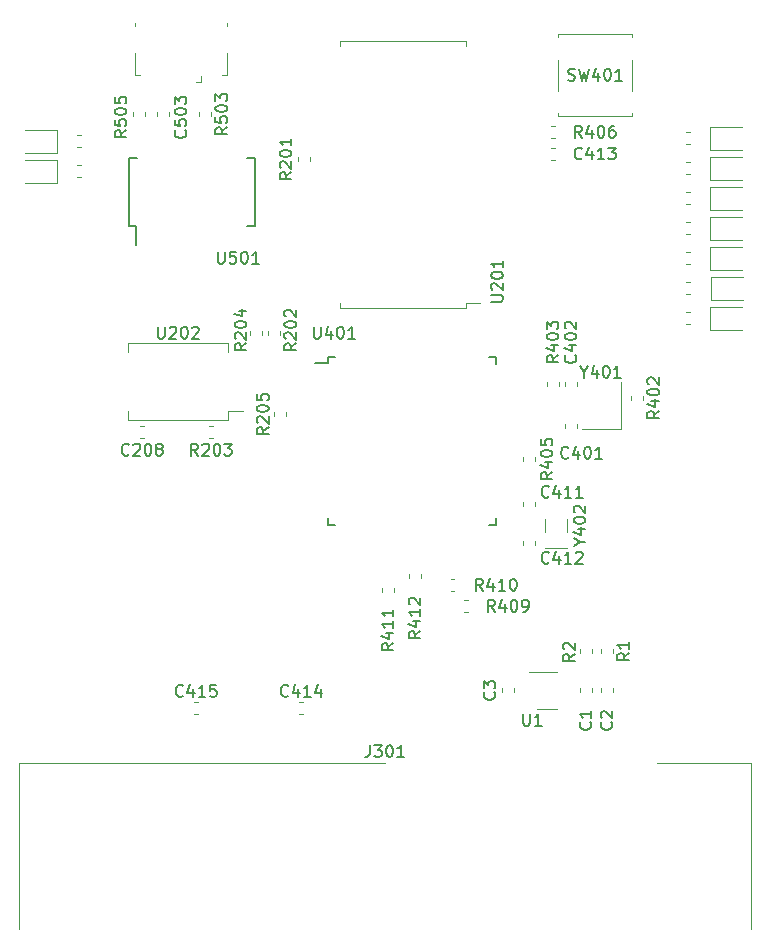
<source format=gbr>
G04 #@! TF.GenerationSoftware,KiCad,Pcbnew,5.1.2*
G04 #@! TF.CreationDate,2019-07-22T21:22:39-05:00*
G04 #@! TF.ProjectId,Raptor2000,52617074-6f72-4323-9030-302e6b696361,A*
G04 #@! TF.SameCoordinates,Original*
G04 #@! TF.FileFunction,Legend,Top*
G04 #@! TF.FilePolarity,Positive*
%FSLAX46Y46*%
G04 Gerber Fmt 4.6, Leading zero omitted, Abs format (unit mm)*
G04 Created by KiCad (PCBNEW 5.1.2) date 2019-07-22 21:22:39*
%MOMM*%
%LPD*%
G04 APERTURE LIST*
%ADD10C,0.120000*%
%ADD11C,0.150000*%
%ADD12C,0.100000*%
G04 APERTURE END LIST*
D10*
X160055779Y-68451000D02*
X159730221Y-68451000D01*
X160055779Y-69471000D02*
X159730221Y-69471000D01*
X117890000Y-69461500D02*
X115205000Y-69461500D01*
X117890000Y-71381500D02*
X117890000Y-69461500D01*
X115205000Y-71381500D02*
X117890000Y-71381500D01*
X117890000Y-66921500D02*
X115205000Y-66921500D01*
X117890000Y-68841500D02*
X117890000Y-66921500D01*
X115205000Y-68841500D02*
X117890000Y-68841500D01*
X163955000Y-110898721D02*
X163955000Y-111224279D01*
X164975000Y-110898721D02*
X164975000Y-111224279D01*
X162177000Y-110898721D02*
X162177000Y-111224279D01*
X163197000Y-110898721D02*
X163197000Y-111224279D01*
D11*
X140830000Y-86656500D02*
X139755000Y-86656500D01*
X155080000Y-86156500D02*
X154495000Y-86156500D01*
X155080000Y-100406500D02*
X154495000Y-100406500D01*
X140830000Y-100406500D02*
X141415000Y-100406500D01*
X140830000Y-86156500D02*
X141415000Y-86156500D01*
X140830000Y-100406500D02*
X140830000Y-99821500D01*
X155080000Y-100406500D02*
X155080000Y-99821500D01*
X155080000Y-86156500D02*
X155080000Y-86741500D01*
X140830000Y-86156500D02*
X140830000Y-86656500D01*
D10*
X156593000Y-114500779D02*
X156593000Y-114175221D01*
X155573000Y-114500779D02*
X155573000Y-114175221D01*
X160265000Y-112853500D02*
X157835000Y-112853500D01*
X158505000Y-115923500D02*
X160265000Y-115923500D01*
X163955000Y-114200721D02*
X163955000Y-114526279D01*
X164975000Y-114200721D02*
X164975000Y-114526279D01*
X162177000Y-114200721D02*
X162177000Y-114526279D01*
X163197000Y-114200721D02*
X163197000Y-114526279D01*
X138301000Y-69217221D02*
X138301000Y-69542779D01*
X139321000Y-69217221D02*
X139321000Y-69542779D01*
X173194000Y-71127500D02*
X175879000Y-71127500D01*
X173194000Y-69207500D02*
X173194000Y-71127500D01*
X175879000Y-69207500D02*
X173194000Y-69207500D01*
X173194000Y-76207500D02*
X175879000Y-76207500D01*
X173194000Y-74287500D02*
X173194000Y-76207500D01*
X175879000Y-74287500D02*
X173194000Y-74287500D01*
X173194000Y-68587500D02*
X175879000Y-68587500D01*
X173194000Y-66667500D02*
X173194000Y-68587500D01*
X175879000Y-66667500D02*
X173194000Y-66667500D01*
X173194000Y-73667500D02*
X175879000Y-73667500D01*
X173194000Y-71747500D02*
X173194000Y-73667500D01*
X175879000Y-71747500D02*
X173194000Y-71747500D01*
X173194000Y-78747500D02*
X175879000Y-78747500D01*
X173194000Y-76827500D02*
X173194000Y-78747500D01*
X175879000Y-76827500D02*
X173194000Y-76827500D01*
X173194000Y-83827500D02*
X175879000Y-83827500D01*
X173194000Y-81907500D02*
X173194000Y-83827500D01*
X175879000Y-81907500D02*
X173194000Y-81907500D01*
X173272500Y-81287500D02*
X175957500Y-81287500D01*
X173272500Y-79367500D02*
X173272500Y-81287500D01*
X175957500Y-79367500D02*
X173272500Y-79367500D01*
X159247000Y-102343500D02*
X161047000Y-102343500D01*
X161097000Y-100943500D02*
X161097000Y-99843500D01*
X159197000Y-100943500D02*
X159197000Y-99843500D01*
X165607000Y-92233500D02*
X165607000Y-88233500D01*
X162307000Y-92233500D02*
X165607000Y-92233500D01*
D11*
X124586001Y-75035499D02*
X124586001Y-76635499D01*
X134661001Y-75035499D02*
X134661001Y-69285499D01*
X124011001Y-75035499D02*
X124011001Y-69285499D01*
X134661001Y-75035499D02*
X134011001Y-75035499D01*
X134661001Y-69285499D02*
X134011001Y-69285499D01*
X124011001Y-69285499D02*
X124661001Y-69285499D01*
X124011001Y-75035499D02*
X124586001Y-75035499D01*
D12*
X132393000Y-84951500D02*
X132393000Y-85701500D01*
X123893000Y-84951500D02*
X132393000Y-84951500D01*
X123893000Y-85701500D02*
X123893000Y-84951500D01*
X123893000Y-91451500D02*
X123893000Y-90701500D01*
X132393000Y-91451500D02*
X123893000Y-91451500D01*
X132393000Y-90701500D02*
X132393000Y-91451500D01*
X133643000Y-90701500D02*
X132393000Y-90701500D01*
D10*
X152493000Y-59775500D02*
X152493000Y-59375500D01*
X141893000Y-59775500D02*
X141893000Y-59375500D01*
X141893000Y-81975500D02*
X141893000Y-81575500D01*
X152493000Y-59375500D02*
X141893000Y-59375500D01*
X152493000Y-81975500D02*
X141893000Y-81975500D01*
X152493000Y-81575500D02*
X152493000Y-81975500D01*
X153693000Y-81575500D02*
X152493000Y-81575500D01*
X166599000Y-60993500D02*
X166599000Y-63593500D01*
X160299000Y-65743500D02*
X160299000Y-65493500D01*
X166599000Y-65743500D02*
X160299000Y-65743500D01*
X166599000Y-65493500D02*
X166599000Y-65743500D01*
X160299000Y-63593500D02*
X160299000Y-60993500D01*
X166599000Y-58843500D02*
X166599000Y-59093500D01*
X160299000Y-58843500D02*
X166599000Y-58843500D01*
X160299000Y-59093500D02*
X160299000Y-58843500D01*
X124331000Y-65432721D02*
X124331000Y-65758279D01*
X125351000Y-65432721D02*
X125351000Y-65758279D01*
X129919000Y-65432721D02*
X129919000Y-65758279D01*
X130939000Y-65432721D02*
X130939000Y-65758279D01*
X119598221Y-70931500D02*
X119923779Y-70931500D01*
X119598221Y-69911500D02*
X119923779Y-69911500D01*
X119598221Y-68391500D02*
X119923779Y-68391500D01*
X119598221Y-67371500D02*
X119923779Y-67371500D01*
X171160221Y-70677500D02*
X171485779Y-70677500D01*
X171160221Y-69657500D02*
X171485779Y-69657500D01*
X171160221Y-75757500D02*
X171485779Y-75757500D01*
X171160221Y-74737500D02*
X171485779Y-74737500D01*
X171160221Y-68137500D02*
X171485779Y-68137500D01*
X171160221Y-67117500D02*
X171485779Y-67117500D01*
X171160221Y-73217500D02*
X171485779Y-73217500D01*
X171160221Y-72197500D02*
X171485779Y-72197500D01*
X171160221Y-78297500D02*
X171485779Y-78297500D01*
X171160221Y-77277500D02*
X171485779Y-77277500D01*
X148719000Y-104874279D02*
X148719000Y-104548721D01*
X147699000Y-104874279D02*
X147699000Y-104548721D01*
X146433000Y-106017279D02*
X146433000Y-105691721D01*
X145413000Y-106017279D02*
X145413000Y-105691721D01*
X151546779Y-104963500D02*
X151221221Y-104963500D01*
X151546779Y-105983500D02*
X151221221Y-105983500D01*
X152689779Y-106741500D02*
X152364221Y-106741500D01*
X152689779Y-107761500D02*
X152364221Y-107761500D01*
X171160221Y-83377500D02*
X171485779Y-83377500D01*
X171160221Y-82357500D02*
X171485779Y-82357500D01*
X171160221Y-80837500D02*
X171485779Y-80837500D01*
X171160221Y-79817500D02*
X171485779Y-79817500D01*
X160055779Y-66609500D02*
X159730221Y-66609500D01*
X160055779Y-67629500D02*
X159730221Y-67629500D01*
X158371000Y-94942779D02*
X158371000Y-94617221D01*
X157351000Y-94942779D02*
X157351000Y-94617221D01*
X160403000Y-88618279D02*
X160403000Y-88292721D01*
X159383000Y-88618279D02*
X159383000Y-88292721D01*
X166495000Y-89450721D02*
X166495000Y-89776279D01*
X167515000Y-89450721D02*
X167515000Y-89776279D01*
X137289000Y-91158279D02*
X137289000Y-90832721D01*
X136269000Y-91158279D02*
X136269000Y-90832721D01*
X134237000Y-83974721D02*
X134237000Y-84300279D01*
X135257000Y-83974721D02*
X135257000Y-84300279D01*
X130774221Y-93029500D02*
X131099779Y-93029500D01*
X130774221Y-92009500D02*
X131099779Y-92009500D01*
X135761000Y-83974721D02*
X135761000Y-84300279D01*
X136781000Y-83974721D02*
X136781000Y-84300279D01*
X130097000Y-62828000D02*
X130097000Y-62378000D01*
X130097000Y-62828000D02*
X129647000Y-62828000D01*
X124497000Y-62278000D02*
X124947000Y-62278000D01*
X124497000Y-60428000D02*
X124497000Y-62278000D01*
X132297000Y-57878000D02*
X132297000Y-58128000D01*
X124497000Y-57878000D02*
X124497000Y-58128000D01*
X132297000Y-60428000D02*
X132297000Y-62278000D01*
X132297000Y-62278000D02*
X131847000Y-62278000D01*
D12*
X168669000Y-120555500D02*
X176669000Y-120555500D01*
X176669000Y-120555500D02*
X176669000Y-134555500D01*
X114669000Y-120555500D02*
X145669000Y-120555500D01*
X114669000Y-134555500D02*
X114669000Y-120555500D01*
D10*
X126363000Y-65432721D02*
X126363000Y-65758279D01*
X127383000Y-65432721D02*
X127383000Y-65758279D01*
X129504221Y-116397500D02*
X129829779Y-116397500D01*
X129504221Y-115377500D02*
X129829779Y-115377500D01*
X138419721Y-116397500D02*
X138745279Y-116397500D01*
X138419721Y-115377500D02*
X138745279Y-115377500D01*
X157351000Y-101754721D02*
X157351000Y-102080279D01*
X158371000Y-101754721D02*
X158371000Y-102080279D01*
X157351000Y-98452721D02*
X157351000Y-98778279D01*
X158371000Y-98452721D02*
X158371000Y-98778279D01*
X160907000Y-88292721D02*
X160907000Y-88618279D01*
X161927000Y-88292721D02*
X161927000Y-88618279D01*
X160907000Y-91848721D02*
X160907000Y-92174279D01*
X161927000Y-91848721D02*
X161927000Y-92174279D01*
X124932221Y-93029500D02*
X125257779Y-93029500D01*
X124932221Y-92009500D02*
X125257779Y-92009500D01*
D11*
X162329952Y-69318142D02*
X162282333Y-69365761D01*
X162139476Y-69413380D01*
X162044238Y-69413380D01*
X161901380Y-69365761D01*
X161806142Y-69270523D01*
X161758523Y-69175285D01*
X161710904Y-68984809D01*
X161710904Y-68841952D01*
X161758523Y-68651476D01*
X161806142Y-68556238D01*
X161901380Y-68461000D01*
X162044238Y-68413380D01*
X162139476Y-68413380D01*
X162282333Y-68461000D01*
X162329952Y-68508619D01*
X163187095Y-68746714D02*
X163187095Y-69413380D01*
X162949000Y-68365761D02*
X162710904Y-69080047D01*
X163329952Y-69080047D01*
X164234714Y-69413380D02*
X163663285Y-69413380D01*
X163949000Y-69413380D02*
X163949000Y-68413380D01*
X163853761Y-68556238D01*
X163758523Y-68651476D01*
X163663285Y-68699095D01*
X164568047Y-68413380D02*
X165187095Y-68413380D01*
X164853761Y-68794333D01*
X164996619Y-68794333D01*
X165091857Y-68841952D01*
X165139476Y-68889571D01*
X165187095Y-68984809D01*
X165187095Y-69222904D01*
X165139476Y-69318142D01*
X165091857Y-69365761D01*
X164996619Y-69413380D01*
X164710904Y-69413380D01*
X164615666Y-69365761D01*
X164568047Y-69318142D01*
X166347380Y-111228166D02*
X165871190Y-111561500D01*
X166347380Y-111799595D02*
X165347380Y-111799595D01*
X165347380Y-111418642D01*
X165395000Y-111323404D01*
X165442619Y-111275785D01*
X165537857Y-111228166D01*
X165680714Y-111228166D01*
X165775952Y-111275785D01*
X165823571Y-111323404D01*
X165871190Y-111418642D01*
X165871190Y-111799595D01*
X166347380Y-110275785D02*
X166347380Y-110847214D01*
X166347380Y-110561500D02*
X165347380Y-110561500D01*
X165490238Y-110656738D01*
X165585476Y-110751976D01*
X165633095Y-110847214D01*
X161742380Y-111291666D02*
X161266190Y-111625000D01*
X161742380Y-111863095D02*
X160742380Y-111863095D01*
X160742380Y-111482142D01*
X160790000Y-111386904D01*
X160837619Y-111339285D01*
X160932857Y-111291666D01*
X161075714Y-111291666D01*
X161170952Y-111339285D01*
X161218571Y-111386904D01*
X161266190Y-111482142D01*
X161266190Y-111863095D01*
X160837619Y-110910714D02*
X160790000Y-110863095D01*
X160742380Y-110767857D01*
X160742380Y-110529761D01*
X160790000Y-110434523D01*
X160837619Y-110386904D01*
X160932857Y-110339285D01*
X161028095Y-110339285D01*
X161170952Y-110386904D01*
X161742380Y-110958333D01*
X161742380Y-110339285D01*
X139636714Y-83589880D02*
X139636714Y-84399404D01*
X139684333Y-84494642D01*
X139731952Y-84542261D01*
X139827190Y-84589880D01*
X140017666Y-84589880D01*
X140112904Y-84542261D01*
X140160523Y-84494642D01*
X140208142Y-84399404D01*
X140208142Y-83589880D01*
X141112904Y-83923214D02*
X141112904Y-84589880D01*
X140874809Y-83542261D02*
X140636714Y-84256547D01*
X141255761Y-84256547D01*
X141827190Y-83589880D02*
X141922428Y-83589880D01*
X142017666Y-83637500D01*
X142065285Y-83685119D01*
X142112904Y-83780357D01*
X142160523Y-83970833D01*
X142160523Y-84208928D01*
X142112904Y-84399404D01*
X142065285Y-84494642D01*
X142017666Y-84542261D01*
X141922428Y-84589880D01*
X141827190Y-84589880D01*
X141731952Y-84542261D01*
X141684333Y-84494642D01*
X141636714Y-84399404D01*
X141589095Y-84208928D01*
X141589095Y-83970833D01*
X141636714Y-83780357D01*
X141684333Y-83685119D01*
X141731952Y-83637500D01*
X141827190Y-83589880D01*
X143112904Y-84589880D02*
X142541476Y-84589880D01*
X142827190Y-84589880D02*
X142827190Y-83589880D01*
X142731952Y-83732738D01*
X142636714Y-83827976D01*
X142541476Y-83875595D01*
X154916142Y-114530166D02*
X154963761Y-114577785D01*
X155011380Y-114720642D01*
X155011380Y-114815880D01*
X154963761Y-114958738D01*
X154868523Y-115053976D01*
X154773285Y-115101595D01*
X154582809Y-115149214D01*
X154439952Y-115149214D01*
X154249476Y-115101595D01*
X154154238Y-115053976D01*
X154059000Y-114958738D01*
X154011380Y-114815880D01*
X154011380Y-114720642D01*
X154059000Y-114577785D01*
X154106619Y-114530166D01*
X154011380Y-114196833D02*
X154011380Y-113577785D01*
X154392333Y-113911119D01*
X154392333Y-113768261D01*
X154439952Y-113673023D01*
X154487571Y-113625404D01*
X154582809Y-113577785D01*
X154820904Y-113577785D01*
X154916142Y-113625404D01*
X154963761Y-113673023D01*
X155011380Y-113768261D01*
X155011380Y-114053976D01*
X154963761Y-114149214D01*
X154916142Y-114196833D01*
X157353095Y-116355880D02*
X157353095Y-117165404D01*
X157400714Y-117260642D01*
X157448333Y-117308261D01*
X157543571Y-117355880D01*
X157734047Y-117355880D01*
X157829285Y-117308261D01*
X157876904Y-117260642D01*
X157924523Y-117165404D01*
X157924523Y-116355880D01*
X158924523Y-117355880D02*
X158353095Y-117355880D01*
X158638809Y-117355880D02*
X158638809Y-116355880D01*
X158543571Y-116498738D01*
X158448333Y-116593976D01*
X158353095Y-116641595D01*
X164822142Y-117070166D02*
X164869761Y-117117785D01*
X164917380Y-117260642D01*
X164917380Y-117355880D01*
X164869761Y-117498738D01*
X164774523Y-117593976D01*
X164679285Y-117641595D01*
X164488809Y-117689214D01*
X164345952Y-117689214D01*
X164155476Y-117641595D01*
X164060238Y-117593976D01*
X163965000Y-117498738D01*
X163917380Y-117355880D01*
X163917380Y-117260642D01*
X163965000Y-117117785D01*
X164012619Y-117070166D01*
X164012619Y-116689214D02*
X163965000Y-116641595D01*
X163917380Y-116546357D01*
X163917380Y-116308261D01*
X163965000Y-116213023D01*
X164012619Y-116165404D01*
X164107857Y-116117785D01*
X164203095Y-116117785D01*
X164345952Y-116165404D01*
X164917380Y-116736833D01*
X164917380Y-116117785D01*
X163044142Y-117070166D02*
X163091761Y-117117785D01*
X163139380Y-117260642D01*
X163139380Y-117355880D01*
X163091761Y-117498738D01*
X162996523Y-117593976D01*
X162901285Y-117641595D01*
X162710809Y-117689214D01*
X162567952Y-117689214D01*
X162377476Y-117641595D01*
X162282238Y-117593976D01*
X162187000Y-117498738D01*
X162139380Y-117355880D01*
X162139380Y-117260642D01*
X162187000Y-117117785D01*
X162234619Y-117070166D01*
X163139380Y-116117785D02*
X163139380Y-116689214D01*
X163139380Y-116403500D02*
X162139380Y-116403500D01*
X162282238Y-116498738D01*
X162377476Y-116593976D01*
X162425095Y-116689214D01*
X137739380Y-70524547D02*
X137263190Y-70857880D01*
X137739380Y-71095976D02*
X136739380Y-71095976D01*
X136739380Y-70715023D01*
X136787000Y-70619785D01*
X136834619Y-70572166D01*
X136929857Y-70524547D01*
X137072714Y-70524547D01*
X137167952Y-70572166D01*
X137215571Y-70619785D01*
X137263190Y-70715023D01*
X137263190Y-71095976D01*
X136834619Y-70143595D02*
X136787000Y-70095976D01*
X136739380Y-70000738D01*
X136739380Y-69762642D01*
X136787000Y-69667404D01*
X136834619Y-69619785D01*
X136929857Y-69572166D01*
X137025095Y-69572166D01*
X137167952Y-69619785D01*
X137739380Y-70191214D01*
X137739380Y-69572166D01*
X136739380Y-68953119D02*
X136739380Y-68857880D01*
X136787000Y-68762642D01*
X136834619Y-68715023D01*
X136929857Y-68667404D01*
X137120333Y-68619785D01*
X137358428Y-68619785D01*
X137548904Y-68667404D01*
X137644142Y-68715023D01*
X137691761Y-68762642D01*
X137739380Y-68857880D01*
X137739380Y-68953119D01*
X137691761Y-69048357D01*
X137644142Y-69095976D01*
X137548904Y-69143595D01*
X137358428Y-69191214D01*
X137120333Y-69191214D01*
X136929857Y-69143595D01*
X136834619Y-69095976D01*
X136787000Y-69048357D01*
X136739380Y-68953119D01*
X137739380Y-67667404D02*
X137739380Y-68238833D01*
X137739380Y-67953119D02*
X136739380Y-67953119D01*
X136882238Y-68048357D01*
X136977476Y-68143595D01*
X137025095Y-68238833D01*
X162155190Y-101822071D02*
X162631380Y-101822071D01*
X161631380Y-102155404D02*
X162155190Y-101822071D01*
X161631380Y-101488738D01*
X161964714Y-100726833D02*
X162631380Y-100726833D01*
X161583761Y-100964928D02*
X162298047Y-101203023D01*
X162298047Y-100583976D01*
X161631380Y-100012547D02*
X161631380Y-99917309D01*
X161679000Y-99822071D01*
X161726619Y-99774452D01*
X161821857Y-99726833D01*
X162012333Y-99679214D01*
X162250428Y-99679214D01*
X162440904Y-99726833D01*
X162536142Y-99774452D01*
X162583761Y-99822071D01*
X162631380Y-99917309D01*
X162631380Y-100012547D01*
X162583761Y-100107785D01*
X162536142Y-100155404D01*
X162440904Y-100203023D01*
X162250428Y-100250642D01*
X162012333Y-100250642D01*
X161821857Y-100203023D01*
X161726619Y-100155404D01*
X161679000Y-100107785D01*
X161631380Y-100012547D01*
X161726619Y-99298261D02*
X161679000Y-99250642D01*
X161631380Y-99155404D01*
X161631380Y-98917309D01*
X161679000Y-98822071D01*
X161726619Y-98774452D01*
X161821857Y-98726833D01*
X161917095Y-98726833D01*
X162059952Y-98774452D01*
X162631380Y-99345880D01*
X162631380Y-98726833D01*
X162528428Y-87415690D02*
X162528428Y-87891880D01*
X162195095Y-86891880D02*
X162528428Y-87415690D01*
X162861761Y-86891880D01*
X163623666Y-87225214D02*
X163623666Y-87891880D01*
X163385571Y-86844261D02*
X163147476Y-87558547D01*
X163766523Y-87558547D01*
X164337952Y-86891880D02*
X164433190Y-86891880D01*
X164528428Y-86939500D01*
X164576047Y-86987119D01*
X164623666Y-87082357D01*
X164671285Y-87272833D01*
X164671285Y-87510928D01*
X164623666Y-87701404D01*
X164576047Y-87796642D01*
X164528428Y-87844261D01*
X164433190Y-87891880D01*
X164337952Y-87891880D01*
X164242714Y-87844261D01*
X164195095Y-87796642D01*
X164147476Y-87701404D01*
X164099857Y-87510928D01*
X164099857Y-87272833D01*
X164147476Y-87082357D01*
X164195095Y-86987119D01*
X164242714Y-86939500D01*
X164337952Y-86891880D01*
X165623666Y-87891880D02*
X165052238Y-87891880D01*
X165337952Y-87891880D02*
X165337952Y-86891880D01*
X165242714Y-87034738D01*
X165147476Y-87129976D01*
X165052238Y-87177595D01*
X131508714Y-77239880D02*
X131508714Y-78049404D01*
X131556333Y-78144642D01*
X131603952Y-78192261D01*
X131699190Y-78239880D01*
X131889666Y-78239880D01*
X131984904Y-78192261D01*
X132032523Y-78144642D01*
X132080142Y-78049404D01*
X132080142Y-77239880D01*
X133032523Y-77239880D02*
X132556333Y-77239880D01*
X132508714Y-77716071D01*
X132556333Y-77668452D01*
X132651571Y-77620833D01*
X132889666Y-77620833D01*
X132984904Y-77668452D01*
X133032523Y-77716071D01*
X133080142Y-77811309D01*
X133080142Y-78049404D01*
X133032523Y-78144642D01*
X132984904Y-78192261D01*
X132889666Y-78239880D01*
X132651571Y-78239880D01*
X132556333Y-78192261D01*
X132508714Y-78144642D01*
X133699190Y-77239880D02*
X133794428Y-77239880D01*
X133889666Y-77287500D01*
X133937285Y-77335119D01*
X133984904Y-77430357D01*
X134032523Y-77620833D01*
X134032523Y-77858928D01*
X133984904Y-78049404D01*
X133937285Y-78144642D01*
X133889666Y-78192261D01*
X133794428Y-78239880D01*
X133699190Y-78239880D01*
X133603952Y-78192261D01*
X133556333Y-78144642D01*
X133508714Y-78049404D01*
X133461095Y-77858928D01*
X133461095Y-77620833D01*
X133508714Y-77430357D01*
X133556333Y-77335119D01*
X133603952Y-77287500D01*
X133699190Y-77239880D01*
X134984904Y-78239880D02*
X134413476Y-78239880D01*
X134699190Y-78239880D02*
X134699190Y-77239880D01*
X134603952Y-77382738D01*
X134508714Y-77477976D01*
X134413476Y-77525595D01*
X126428714Y-83589880D02*
X126428714Y-84399404D01*
X126476333Y-84494642D01*
X126523952Y-84542261D01*
X126619190Y-84589880D01*
X126809666Y-84589880D01*
X126904904Y-84542261D01*
X126952523Y-84494642D01*
X127000142Y-84399404D01*
X127000142Y-83589880D01*
X127428714Y-83685119D02*
X127476333Y-83637500D01*
X127571571Y-83589880D01*
X127809666Y-83589880D01*
X127904904Y-83637500D01*
X127952523Y-83685119D01*
X128000142Y-83780357D01*
X128000142Y-83875595D01*
X127952523Y-84018452D01*
X127381095Y-84589880D01*
X128000142Y-84589880D01*
X128619190Y-83589880D02*
X128714428Y-83589880D01*
X128809666Y-83637500D01*
X128857285Y-83685119D01*
X128904904Y-83780357D01*
X128952523Y-83970833D01*
X128952523Y-84208928D01*
X128904904Y-84399404D01*
X128857285Y-84494642D01*
X128809666Y-84542261D01*
X128714428Y-84589880D01*
X128619190Y-84589880D01*
X128523952Y-84542261D01*
X128476333Y-84494642D01*
X128428714Y-84399404D01*
X128381095Y-84208928D01*
X128381095Y-83970833D01*
X128428714Y-83780357D01*
X128476333Y-83685119D01*
X128523952Y-83637500D01*
X128619190Y-83589880D01*
X129333476Y-83685119D02*
X129381095Y-83637500D01*
X129476333Y-83589880D01*
X129714428Y-83589880D01*
X129809666Y-83637500D01*
X129857285Y-83685119D01*
X129904904Y-83780357D01*
X129904904Y-83875595D01*
X129857285Y-84018452D01*
X129285857Y-84589880D01*
X129904904Y-84589880D01*
X154646380Y-81470285D02*
X155455904Y-81470285D01*
X155551142Y-81422666D01*
X155598761Y-81375047D01*
X155646380Y-81279809D01*
X155646380Y-81089333D01*
X155598761Y-80994095D01*
X155551142Y-80946476D01*
X155455904Y-80898857D01*
X154646380Y-80898857D01*
X154741619Y-80470285D02*
X154694000Y-80422666D01*
X154646380Y-80327428D01*
X154646380Y-80089333D01*
X154694000Y-79994095D01*
X154741619Y-79946476D01*
X154836857Y-79898857D01*
X154932095Y-79898857D01*
X155074952Y-79946476D01*
X155646380Y-80517904D01*
X155646380Y-79898857D01*
X154646380Y-79279809D02*
X154646380Y-79184571D01*
X154694000Y-79089333D01*
X154741619Y-79041714D01*
X154836857Y-78994095D01*
X155027333Y-78946476D01*
X155265428Y-78946476D01*
X155455904Y-78994095D01*
X155551142Y-79041714D01*
X155598761Y-79089333D01*
X155646380Y-79184571D01*
X155646380Y-79279809D01*
X155598761Y-79375047D01*
X155551142Y-79422666D01*
X155455904Y-79470285D01*
X155265428Y-79517904D01*
X155027333Y-79517904D01*
X154836857Y-79470285D01*
X154741619Y-79422666D01*
X154694000Y-79375047D01*
X154646380Y-79279809D01*
X155646380Y-77994095D02*
X155646380Y-78565523D01*
X155646380Y-78279809D02*
X154646380Y-78279809D01*
X154789238Y-78375047D01*
X154884476Y-78470285D01*
X154932095Y-78565523D01*
X161163285Y-62698261D02*
X161306142Y-62745880D01*
X161544238Y-62745880D01*
X161639476Y-62698261D01*
X161687095Y-62650642D01*
X161734714Y-62555404D01*
X161734714Y-62460166D01*
X161687095Y-62364928D01*
X161639476Y-62317309D01*
X161544238Y-62269690D01*
X161353761Y-62222071D01*
X161258523Y-62174452D01*
X161210904Y-62126833D01*
X161163285Y-62031595D01*
X161163285Y-61936357D01*
X161210904Y-61841119D01*
X161258523Y-61793500D01*
X161353761Y-61745880D01*
X161591857Y-61745880D01*
X161734714Y-61793500D01*
X162068047Y-61745880D02*
X162306142Y-62745880D01*
X162496619Y-62031595D01*
X162687095Y-62745880D01*
X162925190Y-61745880D01*
X163734714Y-62079214D02*
X163734714Y-62745880D01*
X163496619Y-61698261D02*
X163258523Y-62412547D01*
X163877571Y-62412547D01*
X164449000Y-61745880D02*
X164544238Y-61745880D01*
X164639476Y-61793500D01*
X164687095Y-61841119D01*
X164734714Y-61936357D01*
X164782333Y-62126833D01*
X164782333Y-62364928D01*
X164734714Y-62555404D01*
X164687095Y-62650642D01*
X164639476Y-62698261D01*
X164544238Y-62745880D01*
X164449000Y-62745880D01*
X164353761Y-62698261D01*
X164306142Y-62650642D01*
X164258523Y-62555404D01*
X164210904Y-62364928D01*
X164210904Y-62126833D01*
X164258523Y-61936357D01*
X164306142Y-61841119D01*
X164353761Y-61793500D01*
X164449000Y-61745880D01*
X165734714Y-62745880D02*
X165163285Y-62745880D01*
X165449000Y-62745880D02*
X165449000Y-61745880D01*
X165353761Y-61888738D01*
X165258523Y-61983976D01*
X165163285Y-62031595D01*
X123769380Y-66968547D02*
X123293190Y-67301880D01*
X123769380Y-67539976D02*
X122769380Y-67539976D01*
X122769380Y-67159023D01*
X122817000Y-67063785D01*
X122864619Y-67016166D01*
X122959857Y-66968547D01*
X123102714Y-66968547D01*
X123197952Y-67016166D01*
X123245571Y-67063785D01*
X123293190Y-67159023D01*
X123293190Y-67539976D01*
X122769380Y-66063785D02*
X122769380Y-66539976D01*
X123245571Y-66587595D01*
X123197952Y-66539976D01*
X123150333Y-66444738D01*
X123150333Y-66206642D01*
X123197952Y-66111404D01*
X123245571Y-66063785D01*
X123340809Y-66016166D01*
X123578904Y-66016166D01*
X123674142Y-66063785D01*
X123721761Y-66111404D01*
X123769380Y-66206642D01*
X123769380Y-66444738D01*
X123721761Y-66539976D01*
X123674142Y-66587595D01*
X122769380Y-65397119D02*
X122769380Y-65301880D01*
X122817000Y-65206642D01*
X122864619Y-65159023D01*
X122959857Y-65111404D01*
X123150333Y-65063785D01*
X123388428Y-65063785D01*
X123578904Y-65111404D01*
X123674142Y-65159023D01*
X123721761Y-65206642D01*
X123769380Y-65301880D01*
X123769380Y-65397119D01*
X123721761Y-65492357D01*
X123674142Y-65539976D01*
X123578904Y-65587595D01*
X123388428Y-65635214D01*
X123150333Y-65635214D01*
X122959857Y-65587595D01*
X122864619Y-65539976D01*
X122817000Y-65492357D01*
X122769380Y-65397119D01*
X122769380Y-64159023D02*
X122769380Y-64635214D01*
X123245571Y-64682833D01*
X123197952Y-64635214D01*
X123150333Y-64539976D01*
X123150333Y-64301880D01*
X123197952Y-64206642D01*
X123245571Y-64159023D01*
X123340809Y-64111404D01*
X123578904Y-64111404D01*
X123674142Y-64159023D01*
X123721761Y-64206642D01*
X123769380Y-64301880D01*
X123769380Y-64539976D01*
X123721761Y-64635214D01*
X123674142Y-64682833D01*
X132311380Y-66714547D02*
X131835190Y-67047880D01*
X132311380Y-67285976D02*
X131311380Y-67285976D01*
X131311380Y-66905023D01*
X131359000Y-66809785D01*
X131406619Y-66762166D01*
X131501857Y-66714547D01*
X131644714Y-66714547D01*
X131739952Y-66762166D01*
X131787571Y-66809785D01*
X131835190Y-66905023D01*
X131835190Y-67285976D01*
X131311380Y-65809785D02*
X131311380Y-66285976D01*
X131787571Y-66333595D01*
X131739952Y-66285976D01*
X131692333Y-66190738D01*
X131692333Y-65952642D01*
X131739952Y-65857404D01*
X131787571Y-65809785D01*
X131882809Y-65762166D01*
X132120904Y-65762166D01*
X132216142Y-65809785D01*
X132263761Y-65857404D01*
X132311380Y-65952642D01*
X132311380Y-66190738D01*
X132263761Y-66285976D01*
X132216142Y-66333595D01*
X131311380Y-65143119D02*
X131311380Y-65047880D01*
X131359000Y-64952642D01*
X131406619Y-64905023D01*
X131501857Y-64857404D01*
X131692333Y-64809785D01*
X131930428Y-64809785D01*
X132120904Y-64857404D01*
X132216142Y-64905023D01*
X132263761Y-64952642D01*
X132311380Y-65047880D01*
X132311380Y-65143119D01*
X132263761Y-65238357D01*
X132216142Y-65285976D01*
X132120904Y-65333595D01*
X131930428Y-65381214D01*
X131692333Y-65381214D01*
X131501857Y-65333595D01*
X131406619Y-65285976D01*
X131359000Y-65238357D01*
X131311380Y-65143119D01*
X131311380Y-64476452D02*
X131311380Y-63857404D01*
X131692333Y-64190738D01*
X131692333Y-64047880D01*
X131739952Y-63952642D01*
X131787571Y-63905023D01*
X131882809Y-63857404D01*
X132120904Y-63857404D01*
X132216142Y-63905023D01*
X132263761Y-63952642D01*
X132311380Y-64047880D01*
X132311380Y-64333595D01*
X132263761Y-64428833D01*
X132216142Y-64476452D01*
X148661380Y-109386547D02*
X148185190Y-109719880D01*
X148661380Y-109957976D02*
X147661380Y-109957976D01*
X147661380Y-109577023D01*
X147709000Y-109481785D01*
X147756619Y-109434166D01*
X147851857Y-109386547D01*
X147994714Y-109386547D01*
X148089952Y-109434166D01*
X148137571Y-109481785D01*
X148185190Y-109577023D01*
X148185190Y-109957976D01*
X147994714Y-108529404D02*
X148661380Y-108529404D01*
X147613761Y-108767500D02*
X148328047Y-109005595D01*
X148328047Y-108386547D01*
X148661380Y-107481785D02*
X148661380Y-108053214D01*
X148661380Y-107767500D02*
X147661380Y-107767500D01*
X147804238Y-107862738D01*
X147899476Y-107957976D01*
X147947095Y-108053214D01*
X147756619Y-107100833D02*
X147709000Y-107053214D01*
X147661380Y-106957976D01*
X147661380Y-106719880D01*
X147709000Y-106624642D01*
X147756619Y-106577023D01*
X147851857Y-106529404D01*
X147947095Y-106529404D01*
X148089952Y-106577023D01*
X148661380Y-107148452D01*
X148661380Y-106529404D01*
X146375380Y-110402547D02*
X145899190Y-110735880D01*
X146375380Y-110973976D02*
X145375380Y-110973976D01*
X145375380Y-110593023D01*
X145423000Y-110497785D01*
X145470619Y-110450166D01*
X145565857Y-110402547D01*
X145708714Y-110402547D01*
X145803952Y-110450166D01*
X145851571Y-110497785D01*
X145899190Y-110593023D01*
X145899190Y-110973976D01*
X145708714Y-109545404D02*
X146375380Y-109545404D01*
X145327761Y-109783500D02*
X146042047Y-110021595D01*
X146042047Y-109402547D01*
X146375380Y-108497785D02*
X146375380Y-109069214D01*
X146375380Y-108783500D02*
X145375380Y-108783500D01*
X145518238Y-108878738D01*
X145613476Y-108973976D01*
X145661095Y-109069214D01*
X146375380Y-107545404D02*
X146375380Y-108116833D01*
X146375380Y-107831119D02*
X145375380Y-107831119D01*
X145518238Y-107926357D01*
X145613476Y-108021595D01*
X145661095Y-108116833D01*
X153947952Y-105925880D02*
X153614619Y-105449690D01*
X153376523Y-105925880D02*
X153376523Y-104925880D01*
X153757476Y-104925880D01*
X153852714Y-104973500D01*
X153900333Y-105021119D01*
X153947952Y-105116357D01*
X153947952Y-105259214D01*
X153900333Y-105354452D01*
X153852714Y-105402071D01*
X153757476Y-105449690D01*
X153376523Y-105449690D01*
X154805095Y-105259214D02*
X154805095Y-105925880D01*
X154567000Y-104878261D02*
X154328904Y-105592547D01*
X154947952Y-105592547D01*
X155852714Y-105925880D02*
X155281285Y-105925880D01*
X155567000Y-105925880D02*
X155567000Y-104925880D01*
X155471761Y-105068738D01*
X155376523Y-105163976D01*
X155281285Y-105211595D01*
X156471761Y-104925880D02*
X156567000Y-104925880D01*
X156662238Y-104973500D01*
X156709857Y-105021119D01*
X156757476Y-105116357D01*
X156805095Y-105306833D01*
X156805095Y-105544928D01*
X156757476Y-105735404D01*
X156709857Y-105830642D01*
X156662238Y-105878261D01*
X156567000Y-105925880D01*
X156471761Y-105925880D01*
X156376523Y-105878261D01*
X156328904Y-105830642D01*
X156281285Y-105735404D01*
X156233666Y-105544928D01*
X156233666Y-105306833D01*
X156281285Y-105116357D01*
X156328904Y-105021119D01*
X156376523Y-104973500D01*
X156471761Y-104925880D01*
X154963952Y-107703880D02*
X154630619Y-107227690D01*
X154392523Y-107703880D02*
X154392523Y-106703880D01*
X154773476Y-106703880D01*
X154868714Y-106751500D01*
X154916333Y-106799119D01*
X154963952Y-106894357D01*
X154963952Y-107037214D01*
X154916333Y-107132452D01*
X154868714Y-107180071D01*
X154773476Y-107227690D01*
X154392523Y-107227690D01*
X155821095Y-107037214D02*
X155821095Y-107703880D01*
X155583000Y-106656261D02*
X155344904Y-107370547D01*
X155963952Y-107370547D01*
X156535380Y-106703880D02*
X156630619Y-106703880D01*
X156725857Y-106751500D01*
X156773476Y-106799119D01*
X156821095Y-106894357D01*
X156868714Y-107084833D01*
X156868714Y-107322928D01*
X156821095Y-107513404D01*
X156773476Y-107608642D01*
X156725857Y-107656261D01*
X156630619Y-107703880D01*
X156535380Y-107703880D01*
X156440142Y-107656261D01*
X156392523Y-107608642D01*
X156344904Y-107513404D01*
X156297285Y-107322928D01*
X156297285Y-107084833D01*
X156344904Y-106894357D01*
X156392523Y-106799119D01*
X156440142Y-106751500D01*
X156535380Y-106703880D01*
X157344904Y-107703880D02*
X157535380Y-107703880D01*
X157630619Y-107656261D01*
X157678238Y-107608642D01*
X157773476Y-107465785D01*
X157821095Y-107275309D01*
X157821095Y-106894357D01*
X157773476Y-106799119D01*
X157725857Y-106751500D01*
X157630619Y-106703880D01*
X157440142Y-106703880D01*
X157344904Y-106751500D01*
X157297285Y-106799119D01*
X157249666Y-106894357D01*
X157249666Y-107132452D01*
X157297285Y-107227690D01*
X157344904Y-107275309D01*
X157440142Y-107322928D01*
X157630619Y-107322928D01*
X157725857Y-107275309D01*
X157773476Y-107227690D01*
X157821095Y-107132452D01*
X162329952Y-67571880D02*
X161996619Y-67095690D01*
X161758523Y-67571880D02*
X161758523Y-66571880D01*
X162139476Y-66571880D01*
X162234714Y-66619500D01*
X162282333Y-66667119D01*
X162329952Y-66762357D01*
X162329952Y-66905214D01*
X162282333Y-67000452D01*
X162234714Y-67048071D01*
X162139476Y-67095690D01*
X161758523Y-67095690D01*
X163187095Y-66905214D02*
X163187095Y-67571880D01*
X162949000Y-66524261D02*
X162710904Y-67238547D01*
X163329952Y-67238547D01*
X163901380Y-66571880D02*
X163996619Y-66571880D01*
X164091857Y-66619500D01*
X164139476Y-66667119D01*
X164187095Y-66762357D01*
X164234714Y-66952833D01*
X164234714Y-67190928D01*
X164187095Y-67381404D01*
X164139476Y-67476642D01*
X164091857Y-67524261D01*
X163996619Y-67571880D01*
X163901380Y-67571880D01*
X163806142Y-67524261D01*
X163758523Y-67476642D01*
X163710904Y-67381404D01*
X163663285Y-67190928D01*
X163663285Y-66952833D01*
X163710904Y-66762357D01*
X163758523Y-66667119D01*
X163806142Y-66619500D01*
X163901380Y-66571880D01*
X165091857Y-66571880D02*
X164901380Y-66571880D01*
X164806142Y-66619500D01*
X164758523Y-66667119D01*
X164663285Y-66809976D01*
X164615666Y-67000452D01*
X164615666Y-67381404D01*
X164663285Y-67476642D01*
X164710904Y-67524261D01*
X164806142Y-67571880D01*
X164996619Y-67571880D01*
X165091857Y-67524261D01*
X165139476Y-67476642D01*
X165187095Y-67381404D01*
X165187095Y-67143309D01*
X165139476Y-67048071D01*
X165091857Y-67000452D01*
X164996619Y-66952833D01*
X164806142Y-66952833D01*
X164710904Y-67000452D01*
X164663285Y-67048071D01*
X164615666Y-67143309D01*
X159837380Y-95924547D02*
X159361190Y-96257880D01*
X159837380Y-96495976D02*
X158837380Y-96495976D01*
X158837380Y-96115023D01*
X158885000Y-96019785D01*
X158932619Y-95972166D01*
X159027857Y-95924547D01*
X159170714Y-95924547D01*
X159265952Y-95972166D01*
X159313571Y-96019785D01*
X159361190Y-96115023D01*
X159361190Y-96495976D01*
X159170714Y-95067404D02*
X159837380Y-95067404D01*
X158789761Y-95305500D02*
X159504047Y-95543595D01*
X159504047Y-94924547D01*
X158837380Y-94353119D02*
X158837380Y-94257880D01*
X158885000Y-94162642D01*
X158932619Y-94115023D01*
X159027857Y-94067404D01*
X159218333Y-94019785D01*
X159456428Y-94019785D01*
X159646904Y-94067404D01*
X159742142Y-94115023D01*
X159789761Y-94162642D01*
X159837380Y-94257880D01*
X159837380Y-94353119D01*
X159789761Y-94448357D01*
X159742142Y-94495976D01*
X159646904Y-94543595D01*
X159456428Y-94591214D01*
X159218333Y-94591214D01*
X159027857Y-94543595D01*
X158932619Y-94495976D01*
X158885000Y-94448357D01*
X158837380Y-94353119D01*
X158837380Y-93115023D02*
X158837380Y-93591214D01*
X159313571Y-93638833D01*
X159265952Y-93591214D01*
X159218333Y-93495976D01*
X159218333Y-93257880D01*
X159265952Y-93162642D01*
X159313571Y-93115023D01*
X159408809Y-93067404D01*
X159646904Y-93067404D01*
X159742142Y-93115023D01*
X159789761Y-93162642D01*
X159837380Y-93257880D01*
X159837380Y-93495976D01*
X159789761Y-93591214D01*
X159742142Y-93638833D01*
X160345380Y-86018547D02*
X159869190Y-86351880D01*
X160345380Y-86589976D02*
X159345380Y-86589976D01*
X159345380Y-86209023D01*
X159393000Y-86113785D01*
X159440619Y-86066166D01*
X159535857Y-86018547D01*
X159678714Y-86018547D01*
X159773952Y-86066166D01*
X159821571Y-86113785D01*
X159869190Y-86209023D01*
X159869190Y-86589976D01*
X159678714Y-85161404D02*
X160345380Y-85161404D01*
X159297761Y-85399500D02*
X160012047Y-85637595D01*
X160012047Y-85018547D01*
X159345380Y-84447119D02*
X159345380Y-84351880D01*
X159393000Y-84256642D01*
X159440619Y-84209023D01*
X159535857Y-84161404D01*
X159726333Y-84113785D01*
X159964428Y-84113785D01*
X160154904Y-84161404D01*
X160250142Y-84209023D01*
X160297761Y-84256642D01*
X160345380Y-84351880D01*
X160345380Y-84447119D01*
X160297761Y-84542357D01*
X160250142Y-84589976D01*
X160154904Y-84637595D01*
X159964428Y-84685214D01*
X159726333Y-84685214D01*
X159535857Y-84637595D01*
X159440619Y-84589976D01*
X159393000Y-84542357D01*
X159345380Y-84447119D01*
X159345380Y-83780452D02*
X159345380Y-83161404D01*
X159726333Y-83494738D01*
X159726333Y-83351880D01*
X159773952Y-83256642D01*
X159821571Y-83209023D01*
X159916809Y-83161404D01*
X160154904Y-83161404D01*
X160250142Y-83209023D01*
X160297761Y-83256642D01*
X160345380Y-83351880D01*
X160345380Y-83637595D01*
X160297761Y-83732833D01*
X160250142Y-83780452D01*
X168887380Y-90732547D02*
X168411190Y-91065880D01*
X168887380Y-91303976D02*
X167887380Y-91303976D01*
X167887380Y-90923023D01*
X167935000Y-90827785D01*
X167982619Y-90780166D01*
X168077857Y-90732547D01*
X168220714Y-90732547D01*
X168315952Y-90780166D01*
X168363571Y-90827785D01*
X168411190Y-90923023D01*
X168411190Y-91303976D01*
X168220714Y-89875404D02*
X168887380Y-89875404D01*
X167839761Y-90113500D02*
X168554047Y-90351595D01*
X168554047Y-89732547D01*
X167887380Y-89161119D02*
X167887380Y-89065880D01*
X167935000Y-88970642D01*
X167982619Y-88923023D01*
X168077857Y-88875404D01*
X168268333Y-88827785D01*
X168506428Y-88827785D01*
X168696904Y-88875404D01*
X168792142Y-88923023D01*
X168839761Y-88970642D01*
X168887380Y-89065880D01*
X168887380Y-89161119D01*
X168839761Y-89256357D01*
X168792142Y-89303976D01*
X168696904Y-89351595D01*
X168506428Y-89399214D01*
X168268333Y-89399214D01*
X168077857Y-89351595D01*
X167982619Y-89303976D01*
X167935000Y-89256357D01*
X167887380Y-89161119D01*
X167982619Y-88446833D02*
X167935000Y-88399214D01*
X167887380Y-88303976D01*
X167887380Y-88065880D01*
X167935000Y-87970642D01*
X167982619Y-87923023D01*
X168077857Y-87875404D01*
X168173095Y-87875404D01*
X168315952Y-87923023D01*
X168887380Y-88494452D01*
X168887380Y-87875404D01*
X135801380Y-92114547D02*
X135325190Y-92447880D01*
X135801380Y-92685976D02*
X134801380Y-92685976D01*
X134801380Y-92305023D01*
X134849000Y-92209785D01*
X134896619Y-92162166D01*
X134991857Y-92114547D01*
X135134714Y-92114547D01*
X135229952Y-92162166D01*
X135277571Y-92209785D01*
X135325190Y-92305023D01*
X135325190Y-92685976D01*
X134896619Y-91733595D02*
X134849000Y-91685976D01*
X134801380Y-91590738D01*
X134801380Y-91352642D01*
X134849000Y-91257404D01*
X134896619Y-91209785D01*
X134991857Y-91162166D01*
X135087095Y-91162166D01*
X135229952Y-91209785D01*
X135801380Y-91781214D01*
X135801380Y-91162166D01*
X134801380Y-90543119D02*
X134801380Y-90447880D01*
X134849000Y-90352642D01*
X134896619Y-90305023D01*
X134991857Y-90257404D01*
X135182333Y-90209785D01*
X135420428Y-90209785D01*
X135610904Y-90257404D01*
X135706142Y-90305023D01*
X135753761Y-90352642D01*
X135801380Y-90447880D01*
X135801380Y-90543119D01*
X135753761Y-90638357D01*
X135706142Y-90685976D01*
X135610904Y-90733595D01*
X135420428Y-90781214D01*
X135182333Y-90781214D01*
X134991857Y-90733595D01*
X134896619Y-90685976D01*
X134849000Y-90638357D01*
X134801380Y-90543119D01*
X134801380Y-89305023D02*
X134801380Y-89781214D01*
X135277571Y-89828833D01*
X135229952Y-89781214D01*
X135182333Y-89685976D01*
X135182333Y-89447880D01*
X135229952Y-89352642D01*
X135277571Y-89305023D01*
X135372809Y-89257404D01*
X135610904Y-89257404D01*
X135706142Y-89305023D01*
X135753761Y-89352642D01*
X135801380Y-89447880D01*
X135801380Y-89685976D01*
X135753761Y-89781214D01*
X135706142Y-89828833D01*
X133929380Y-85002547D02*
X133453190Y-85335880D01*
X133929380Y-85573976D02*
X132929380Y-85573976D01*
X132929380Y-85193023D01*
X132977000Y-85097785D01*
X133024619Y-85050166D01*
X133119857Y-85002547D01*
X133262714Y-85002547D01*
X133357952Y-85050166D01*
X133405571Y-85097785D01*
X133453190Y-85193023D01*
X133453190Y-85573976D01*
X133024619Y-84621595D02*
X132977000Y-84573976D01*
X132929380Y-84478738D01*
X132929380Y-84240642D01*
X132977000Y-84145404D01*
X133024619Y-84097785D01*
X133119857Y-84050166D01*
X133215095Y-84050166D01*
X133357952Y-84097785D01*
X133929380Y-84669214D01*
X133929380Y-84050166D01*
X132929380Y-83431119D02*
X132929380Y-83335880D01*
X132977000Y-83240642D01*
X133024619Y-83193023D01*
X133119857Y-83145404D01*
X133310333Y-83097785D01*
X133548428Y-83097785D01*
X133738904Y-83145404D01*
X133834142Y-83193023D01*
X133881761Y-83240642D01*
X133929380Y-83335880D01*
X133929380Y-83431119D01*
X133881761Y-83526357D01*
X133834142Y-83573976D01*
X133738904Y-83621595D01*
X133548428Y-83669214D01*
X133310333Y-83669214D01*
X133119857Y-83621595D01*
X133024619Y-83573976D01*
X132977000Y-83526357D01*
X132929380Y-83431119D01*
X133262714Y-82240642D02*
X133929380Y-82240642D01*
X132881761Y-82478738D02*
X133596047Y-82716833D01*
X133596047Y-82097785D01*
X129817952Y-94495880D02*
X129484619Y-94019690D01*
X129246523Y-94495880D02*
X129246523Y-93495880D01*
X129627476Y-93495880D01*
X129722714Y-93543500D01*
X129770333Y-93591119D01*
X129817952Y-93686357D01*
X129817952Y-93829214D01*
X129770333Y-93924452D01*
X129722714Y-93972071D01*
X129627476Y-94019690D01*
X129246523Y-94019690D01*
X130198904Y-93591119D02*
X130246523Y-93543500D01*
X130341761Y-93495880D01*
X130579857Y-93495880D01*
X130675095Y-93543500D01*
X130722714Y-93591119D01*
X130770333Y-93686357D01*
X130770333Y-93781595D01*
X130722714Y-93924452D01*
X130151285Y-94495880D01*
X130770333Y-94495880D01*
X131389380Y-93495880D02*
X131484619Y-93495880D01*
X131579857Y-93543500D01*
X131627476Y-93591119D01*
X131675095Y-93686357D01*
X131722714Y-93876833D01*
X131722714Y-94114928D01*
X131675095Y-94305404D01*
X131627476Y-94400642D01*
X131579857Y-94448261D01*
X131484619Y-94495880D01*
X131389380Y-94495880D01*
X131294142Y-94448261D01*
X131246523Y-94400642D01*
X131198904Y-94305404D01*
X131151285Y-94114928D01*
X131151285Y-93876833D01*
X131198904Y-93686357D01*
X131246523Y-93591119D01*
X131294142Y-93543500D01*
X131389380Y-93495880D01*
X132056047Y-93495880D02*
X132675095Y-93495880D01*
X132341761Y-93876833D01*
X132484619Y-93876833D01*
X132579857Y-93924452D01*
X132627476Y-93972071D01*
X132675095Y-94067309D01*
X132675095Y-94305404D01*
X132627476Y-94400642D01*
X132579857Y-94448261D01*
X132484619Y-94495880D01*
X132198904Y-94495880D01*
X132103666Y-94448261D01*
X132056047Y-94400642D01*
X138153380Y-85002547D02*
X137677190Y-85335880D01*
X138153380Y-85573976D02*
X137153380Y-85573976D01*
X137153380Y-85193023D01*
X137201000Y-85097785D01*
X137248619Y-85050166D01*
X137343857Y-85002547D01*
X137486714Y-85002547D01*
X137581952Y-85050166D01*
X137629571Y-85097785D01*
X137677190Y-85193023D01*
X137677190Y-85573976D01*
X137248619Y-84621595D02*
X137201000Y-84573976D01*
X137153380Y-84478738D01*
X137153380Y-84240642D01*
X137201000Y-84145404D01*
X137248619Y-84097785D01*
X137343857Y-84050166D01*
X137439095Y-84050166D01*
X137581952Y-84097785D01*
X138153380Y-84669214D01*
X138153380Y-84050166D01*
X137153380Y-83431119D02*
X137153380Y-83335880D01*
X137201000Y-83240642D01*
X137248619Y-83193023D01*
X137343857Y-83145404D01*
X137534333Y-83097785D01*
X137772428Y-83097785D01*
X137962904Y-83145404D01*
X138058142Y-83193023D01*
X138105761Y-83240642D01*
X138153380Y-83335880D01*
X138153380Y-83431119D01*
X138105761Y-83526357D01*
X138058142Y-83573976D01*
X137962904Y-83621595D01*
X137772428Y-83669214D01*
X137534333Y-83669214D01*
X137343857Y-83621595D01*
X137248619Y-83573976D01*
X137201000Y-83526357D01*
X137153380Y-83431119D01*
X137248619Y-82716833D02*
X137201000Y-82669214D01*
X137153380Y-82573976D01*
X137153380Y-82335880D01*
X137201000Y-82240642D01*
X137248619Y-82193023D01*
X137343857Y-82145404D01*
X137439095Y-82145404D01*
X137581952Y-82193023D01*
X138153380Y-82764452D01*
X138153380Y-82145404D01*
X144383285Y-119007880D02*
X144383285Y-119722166D01*
X144335666Y-119865023D01*
X144240428Y-119960261D01*
X144097571Y-120007880D01*
X144002333Y-120007880D01*
X144764238Y-119007880D02*
X145383285Y-119007880D01*
X145049952Y-119388833D01*
X145192809Y-119388833D01*
X145288047Y-119436452D01*
X145335666Y-119484071D01*
X145383285Y-119579309D01*
X145383285Y-119817404D01*
X145335666Y-119912642D01*
X145288047Y-119960261D01*
X145192809Y-120007880D01*
X144907095Y-120007880D01*
X144811857Y-119960261D01*
X144764238Y-119912642D01*
X146002333Y-119007880D02*
X146097571Y-119007880D01*
X146192809Y-119055500D01*
X146240428Y-119103119D01*
X146288047Y-119198357D01*
X146335666Y-119388833D01*
X146335666Y-119626928D01*
X146288047Y-119817404D01*
X146240428Y-119912642D01*
X146192809Y-119960261D01*
X146097571Y-120007880D01*
X146002333Y-120007880D01*
X145907095Y-119960261D01*
X145859476Y-119912642D01*
X145811857Y-119817404D01*
X145764238Y-119626928D01*
X145764238Y-119388833D01*
X145811857Y-119198357D01*
X145859476Y-119103119D01*
X145907095Y-119055500D01*
X146002333Y-119007880D01*
X147288047Y-120007880D02*
X146716619Y-120007880D01*
X147002333Y-120007880D02*
X147002333Y-119007880D01*
X146907095Y-119150738D01*
X146811857Y-119245976D01*
X146716619Y-119293595D01*
X128754142Y-66968547D02*
X128801761Y-67016166D01*
X128849380Y-67159023D01*
X128849380Y-67254261D01*
X128801761Y-67397119D01*
X128706523Y-67492357D01*
X128611285Y-67539976D01*
X128420809Y-67587595D01*
X128277952Y-67587595D01*
X128087476Y-67539976D01*
X127992238Y-67492357D01*
X127897000Y-67397119D01*
X127849380Y-67254261D01*
X127849380Y-67159023D01*
X127897000Y-67016166D01*
X127944619Y-66968547D01*
X127849380Y-66063785D02*
X127849380Y-66539976D01*
X128325571Y-66587595D01*
X128277952Y-66539976D01*
X128230333Y-66444738D01*
X128230333Y-66206642D01*
X128277952Y-66111404D01*
X128325571Y-66063785D01*
X128420809Y-66016166D01*
X128658904Y-66016166D01*
X128754142Y-66063785D01*
X128801761Y-66111404D01*
X128849380Y-66206642D01*
X128849380Y-66444738D01*
X128801761Y-66539976D01*
X128754142Y-66587595D01*
X127849380Y-65397119D02*
X127849380Y-65301880D01*
X127897000Y-65206642D01*
X127944619Y-65159023D01*
X128039857Y-65111404D01*
X128230333Y-65063785D01*
X128468428Y-65063785D01*
X128658904Y-65111404D01*
X128754142Y-65159023D01*
X128801761Y-65206642D01*
X128849380Y-65301880D01*
X128849380Y-65397119D01*
X128801761Y-65492357D01*
X128754142Y-65539976D01*
X128658904Y-65587595D01*
X128468428Y-65635214D01*
X128230333Y-65635214D01*
X128039857Y-65587595D01*
X127944619Y-65539976D01*
X127897000Y-65492357D01*
X127849380Y-65397119D01*
X127849380Y-64730452D02*
X127849380Y-64111404D01*
X128230333Y-64444738D01*
X128230333Y-64301880D01*
X128277952Y-64206642D01*
X128325571Y-64159023D01*
X128420809Y-64111404D01*
X128658904Y-64111404D01*
X128754142Y-64159023D01*
X128801761Y-64206642D01*
X128849380Y-64301880D01*
X128849380Y-64587595D01*
X128801761Y-64682833D01*
X128754142Y-64730452D01*
X128547952Y-114814642D02*
X128500333Y-114862261D01*
X128357476Y-114909880D01*
X128262238Y-114909880D01*
X128119380Y-114862261D01*
X128024142Y-114767023D01*
X127976523Y-114671785D01*
X127928904Y-114481309D01*
X127928904Y-114338452D01*
X127976523Y-114147976D01*
X128024142Y-114052738D01*
X128119380Y-113957500D01*
X128262238Y-113909880D01*
X128357476Y-113909880D01*
X128500333Y-113957500D01*
X128547952Y-114005119D01*
X129405095Y-114243214D02*
X129405095Y-114909880D01*
X129167000Y-113862261D02*
X128928904Y-114576547D01*
X129547952Y-114576547D01*
X130452714Y-114909880D02*
X129881285Y-114909880D01*
X130167000Y-114909880D02*
X130167000Y-113909880D01*
X130071761Y-114052738D01*
X129976523Y-114147976D01*
X129881285Y-114195595D01*
X131357476Y-113909880D02*
X130881285Y-113909880D01*
X130833666Y-114386071D01*
X130881285Y-114338452D01*
X130976523Y-114290833D01*
X131214619Y-114290833D01*
X131309857Y-114338452D01*
X131357476Y-114386071D01*
X131405095Y-114481309D01*
X131405095Y-114719404D01*
X131357476Y-114814642D01*
X131309857Y-114862261D01*
X131214619Y-114909880D01*
X130976523Y-114909880D01*
X130881285Y-114862261D01*
X130833666Y-114814642D01*
X137463452Y-114814642D02*
X137415833Y-114862261D01*
X137272976Y-114909880D01*
X137177738Y-114909880D01*
X137034880Y-114862261D01*
X136939642Y-114767023D01*
X136892023Y-114671785D01*
X136844404Y-114481309D01*
X136844404Y-114338452D01*
X136892023Y-114147976D01*
X136939642Y-114052738D01*
X137034880Y-113957500D01*
X137177738Y-113909880D01*
X137272976Y-113909880D01*
X137415833Y-113957500D01*
X137463452Y-114005119D01*
X138320595Y-114243214D02*
X138320595Y-114909880D01*
X138082500Y-113862261D02*
X137844404Y-114576547D01*
X138463452Y-114576547D01*
X139368214Y-114909880D02*
X138796785Y-114909880D01*
X139082500Y-114909880D02*
X139082500Y-113909880D01*
X138987261Y-114052738D01*
X138892023Y-114147976D01*
X138796785Y-114195595D01*
X140225357Y-114243214D02*
X140225357Y-114909880D01*
X139987261Y-113862261D02*
X139749166Y-114576547D01*
X140368214Y-114576547D01*
X159535952Y-103544642D02*
X159488333Y-103592261D01*
X159345476Y-103639880D01*
X159250238Y-103639880D01*
X159107380Y-103592261D01*
X159012142Y-103497023D01*
X158964523Y-103401785D01*
X158916904Y-103211309D01*
X158916904Y-103068452D01*
X158964523Y-102877976D01*
X159012142Y-102782738D01*
X159107380Y-102687500D01*
X159250238Y-102639880D01*
X159345476Y-102639880D01*
X159488333Y-102687500D01*
X159535952Y-102735119D01*
X160393095Y-102973214D02*
X160393095Y-103639880D01*
X160155000Y-102592261D02*
X159916904Y-103306547D01*
X160535952Y-103306547D01*
X161440714Y-103639880D02*
X160869285Y-103639880D01*
X161155000Y-103639880D02*
X161155000Y-102639880D01*
X161059761Y-102782738D01*
X160964523Y-102877976D01*
X160869285Y-102925595D01*
X161821666Y-102735119D02*
X161869285Y-102687500D01*
X161964523Y-102639880D01*
X162202619Y-102639880D01*
X162297857Y-102687500D01*
X162345476Y-102735119D01*
X162393095Y-102830357D01*
X162393095Y-102925595D01*
X162345476Y-103068452D01*
X161774047Y-103639880D01*
X162393095Y-103639880D01*
X159535952Y-97956642D02*
X159488333Y-98004261D01*
X159345476Y-98051880D01*
X159250238Y-98051880D01*
X159107380Y-98004261D01*
X159012142Y-97909023D01*
X158964523Y-97813785D01*
X158916904Y-97623309D01*
X158916904Y-97480452D01*
X158964523Y-97289976D01*
X159012142Y-97194738D01*
X159107380Y-97099500D01*
X159250238Y-97051880D01*
X159345476Y-97051880D01*
X159488333Y-97099500D01*
X159535952Y-97147119D01*
X160393095Y-97385214D02*
X160393095Y-98051880D01*
X160155000Y-97004261D02*
X159916904Y-97718547D01*
X160535952Y-97718547D01*
X161440714Y-98051880D02*
X160869285Y-98051880D01*
X161155000Y-98051880D02*
X161155000Y-97051880D01*
X161059761Y-97194738D01*
X160964523Y-97289976D01*
X160869285Y-97337595D01*
X162393095Y-98051880D02*
X161821666Y-98051880D01*
X162107380Y-98051880D02*
X162107380Y-97051880D01*
X162012142Y-97194738D01*
X161916904Y-97289976D01*
X161821666Y-97337595D01*
X161774142Y-86018547D02*
X161821761Y-86066166D01*
X161869380Y-86209023D01*
X161869380Y-86304261D01*
X161821761Y-86447119D01*
X161726523Y-86542357D01*
X161631285Y-86589976D01*
X161440809Y-86637595D01*
X161297952Y-86637595D01*
X161107476Y-86589976D01*
X161012238Y-86542357D01*
X160917000Y-86447119D01*
X160869380Y-86304261D01*
X160869380Y-86209023D01*
X160917000Y-86066166D01*
X160964619Y-86018547D01*
X161202714Y-85161404D02*
X161869380Y-85161404D01*
X160821761Y-85399500D02*
X161536047Y-85637595D01*
X161536047Y-85018547D01*
X160869380Y-84447119D02*
X160869380Y-84351880D01*
X160917000Y-84256642D01*
X160964619Y-84209023D01*
X161059857Y-84161404D01*
X161250333Y-84113785D01*
X161488428Y-84113785D01*
X161678904Y-84161404D01*
X161774142Y-84209023D01*
X161821761Y-84256642D01*
X161869380Y-84351880D01*
X161869380Y-84447119D01*
X161821761Y-84542357D01*
X161774142Y-84589976D01*
X161678904Y-84637595D01*
X161488428Y-84685214D01*
X161250333Y-84685214D01*
X161059857Y-84637595D01*
X160964619Y-84589976D01*
X160917000Y-84542357D01*
X160869380Y-84447119D01*
X160964619Y-83732833D02*
X160917000Y-83685214D01*
X160869380Y-83589976D01*
X160869380Y-83351880D01*
X160917000Y-83256642D01*
X160964619Y-83209023D01*
X161059857Y-83161404D01*
X161155095Y-83161404D01*
X161297952Y-83209023D01*
X161869380Y-83780452D01*
X161869380Y-83161404D01*
X161186952Y-94654642D02*
X161139333Y-94702261D01*
X160996476Y-94749880D01*
X160901238Y-94749880D01*
X160758380Y-94702261D01*
X160663142Y-94607023D01*
X160615523Y-94511785D01*
X160567904Y-94321309D01*
X160567904Y-94178452D01*
X160615523Y-93987976D01*
X160663142Y-93892738D01*
X160758380Y-93797500D01*
X160901238Y-93749880D01*
X160996476Y-93749880D01*
X161139333Y-93797500D01*
X161186952Y-93845119D01*
X162044095Y-94083214D02*
X162044095Y-94749880D01*
X161806000Y-93702261D02*
X161567904Y-94416547D01*
X162186952Y-94416547D01*
X162758380Y-93749880D02*
X162853619Y-93749880D01*
X162948857Y-93797500D01*
X162996476Y-93845119D01*
X163044095Y-93940357D01*
X163091714Y-94130833D01*
X163091714Y-94368928D01*
X163044095Y-94559404D01*
X162996476Y-94654642D01*
X162948857Y-94702261D01*
X162853619Y-94749880D01*
X162758380Y-94749880D01*
X162663142Y-94702261D01*
X162615523Y-94654642D01*
X162567904Y-94559404D01*
X162520285Y-94368928D01*
X162520285Y-94130833D01*
X162567904Y-93940357D01*
X162615523Y-93845119D01*
X162663142Y-93797500D01*
X162758380Y-93749880D01*
X164044095Y-94749880D02*
X163472666Y-94749880D01*
X163758380Y-94749880D02*
X163758380Y-93749880D01*
X163663142Y-93892738D01*
X163567904Y-93987976D01*
X163472666Y-94035595D01*
X123975952Y-94400642D02*
X123928333Y-94448261D01*
X123785476Y-94495880D01*
X123690238Y-94495880D01*
X123547380Y-94448261D01*
X123452142Y-94353023D01*
X123404523Y-94257785D01*
X123356904Y-94067309D01*
X123356904Y-93924452D01*
X123404523Y-93733976D01*
X123452142Y-93638738D01*
X123547380Y-93543500D01*
X123690238Y-93495880D01*
X123785476Y-93495880D01*
X123928333Y-93543500D01*
X123975952Y-93591119D01*
X124356904Y-93591119D02*
X124404523Y-93543500D01*
X124499761Y-93495880D01*
X124737857Y-93495880D01*
X124833095Y-93543500D01*
X124880714Y-93591119D01*
X124928333Y-93686357D01*
X124928333Y-93781595D01*
X124880714Y-93924452D01*
X124309285Y-94495880D01*
X124928333Y-94495880D01*
X125547380Y-93495880D02*
X125642619Y-93495880D01*
X125737857Y-93543500D01*
X125785476Y-93591119D01*
X125833095Y-93686357D01*
X125880714Y-93876833D01*
X125880714Y-94114928D01*
X125833095Y-94305404D01*
X125785476Y-94400642D01*
X125737857Y-94448261D01*
X125642619Y-94495880D01*
X125547380Y-94495880D01*
X125452142Y-94448261D01*
X125404523Y-94400642D01*
X125356904Y-94305404D01*
X125309285Y-94114928D01*
X125309285Y-93876833D01*
X125356904Y-93686357D01*
X125404523Y-93591119D01*
X125452142Y-93543500D01*
X125547380Y-93495880D01*
X126452142Y-93924452D02*
X126356904Y-93876833D01*
X126309285Y-93829214D01*
X126261666Y-93733976D01*
X126261666Y-93686357D01*
X126309285Y-93591119D01*
X126356904Y-93543500D01*
X126452142Y-93495880D01*
X126642619Y-93495880D01*
X126737857Y-93543500D01*
X126785476Y-93591119D01*
X126833095Y-93686357D01*
X126833095Y-93733976D01*
X126785476Y-93829214D01*
X126737857Y-93876833D01*
X126642619Y-93924452D01*
X126452142Y-93924452D01*
X126356904Y-93972071D01*
X126309285Y-94019690D01*
X126261666Y-94114928D01*
X126261666Y-94305404D01*
X126309285Y-94400642D01*
X126356904Y-94448261D01*
X126452142Y-94495880D01*
X126642619Y-94495880D01*
X126737857Y-94448261D01*
X126785476Y-94400642D01*
X126833095Y-94305404D01*
X126833095Y-94114928D01*
X126785476Y-94019690D01*
X126737857Y-93972071D01*
X126642619Y-93924452D01*
M02*

</source>
